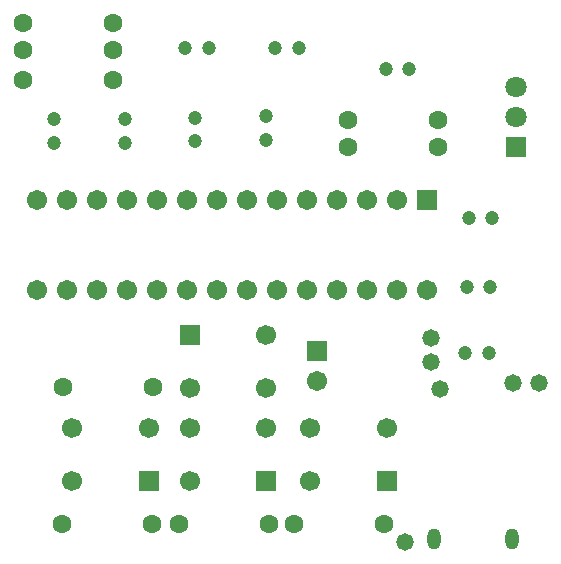
<source format=gbs>
G04*
G04 #@! TF.GenerationSoftware,Altium Limited,Altium Designer,20.1.11 (218)*
G04*
G04 Layer_Color=16711935*
%FSLAX25Y25*%
%MOIN*%
G70*
G04*
G04 #@! TF.SameCoordinates,E6333289-3B3F-416E-ACC7-16277D215EEB*
G04*
G04*
G04 #@! TF.FilePolarity,Negative*
G04*
G01*
G75*
%ADD25C,0.04737*%
%ADD26C,0.06312*%
%ADD27R,0.07099X0.07099*%
%ADD28C,0.07099*%
%ADD29C,0.06706*%
%ADD30R,0.06706X0.06706*%
%ADD31C,0.06698*%
%ADD32R,0.06698X0.06698*%
%ADD33O,0.04343X0.07099*%
%ADD34C,0.05800*%
D25*
X421874Y349000D02*
D03*
X414000D02*
D03*
X347126Y356000D02*
D03*
X355000D02*
D03*
X377126D02*
D03*
X385000D02*
D03*
X449500Y299500D02*
D03*
X441626D02*
D03*
X303500Y324500D02*
D03*
Y332374D02*
D03*
X374000Y325500D02*
D03*
Y333374D02*
D03*
X350500Y332874D02*
D03*
Y325000D02*
D03*
X327000Y332374D02*
D03*
Y324500D02*
D03*
X441000Y276500D02*
D03*
X448874D02*
D03*
X440500Y254500D02*
D03*
X448374D02*
D03*
D26*
X323000Y364500D02*
D03*
X293000D02*
D03*
X323000Y355500D02*
D03*
X293000D02*
D03*
X401500Y332000D02*
D03*
X431500D02*
D03*
X401500Y323000D02*
D03*
X431500D02*
D03*
X336000Y197500D02*
D03*
X306000D02*
D03*
X375000D02*
D03*
X345000D02*
D03*
X336500Y243000D02*
D03*
X306500D02*
D03*
X413500Y197500D02*
D03*
X383500D02*
D03*
X323000Y345500D02*
D03*
X293000D02*
D03*
D27*
X457500Y323000D02*
D03*
D28*
Y333000D02*
D03*
Y343000D02*
D03*
D29*
X297597Y275500D02*
D03*
X307597D02*
D03*
X317597D02*
D03*
X327597D02*
D03*
X337597D02*
D03*
X347597D02*
D03*
X357597D02*
D03*
X367597D02*
D03*
X377597D02*
D03*
X387597D02*
D03*
X397597D02*
D03*
X407597D02*
D03*
X417597D02*
D03*
X427597D02*
D03*
X297597Y305500D02*
D03*
X307597D02*
D03*
X317597D02*
D03*
X327597D02*
D03*
X337597D02*
D03*
X347597D02*
D03*
X357597D02*
D03*
X367597D02*
D03*
X377597D02*
D03*
X387597D02*
D03*
X397597D02*
D03*
X407597D02*
D03*
X417597D02*
D03*
X391000Y245000D02*
D03*
D30*
X427597Y305500D02*
D03*
X391000Y255000D02*
D03*
D31*
X348630Y242642D02*
D03*
X374220D02*
D03*
Y260358D02*
D03*
X348630Y211642D02*
D03*
Y229358D02*
D03*
X374220D02*
D03*
X388705Y211642D02*
D03*
Y229358D02*
D03*
X414295D02*
D03*
X309335Y211642D02*
D03*
Y229358D02*
D03*
X334925D02*
D03*
D32*
X348630Y260358D02*
D03*
X374220Y211642D02*
D03*
X414295D02*
D03*
X334925D02*
D03*
D33*
X456142Y192500D02*
D03*
X430158D02*
D03*
D34*
X465000Y244500D02*
D03*
X456500D02*
D03*
X429000Y259500D02*
D03*
Y251500D02*
D03*
X432000Y242500D02*
D03*
X420500Y191500D02*
D03*
M02*

</source>
